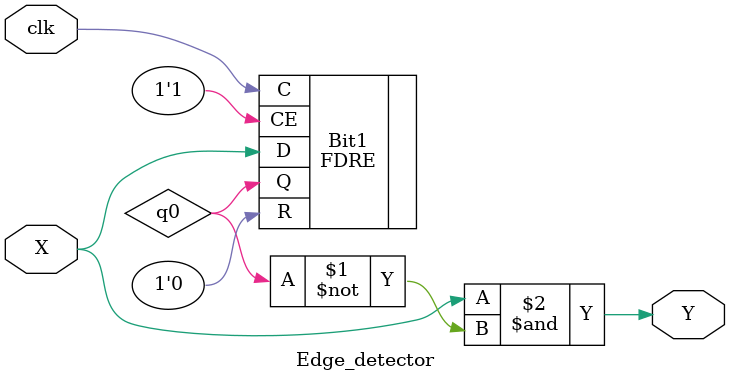
<source format=v>
`timescale 1ns / 1ps


module Edge_detector(
    input X, clk, //X{0}=btnU and //X{1}=btnD
    output Y
);


 wire q0;
    FDRE #(.INIT(1'b0)) Bit1 (.C(clk), .R(1'b0), .CE(1'b1), .D(X), .Q(q0));
    //FDRE #(.INIT(1'b0)) Bit2 (.C(clk), .R(1'b0), .CE(1'b1), .D(X[1]), .Q(q1));
    
   
    //https://electronics.stackexchange.com/questions/165552/rising-edge-pulse-detector-from-logic-gates
    assign Y=( X & ~q0);   //this is going to detect rising/positive edge of this btnU signal
endmodule
</source>
